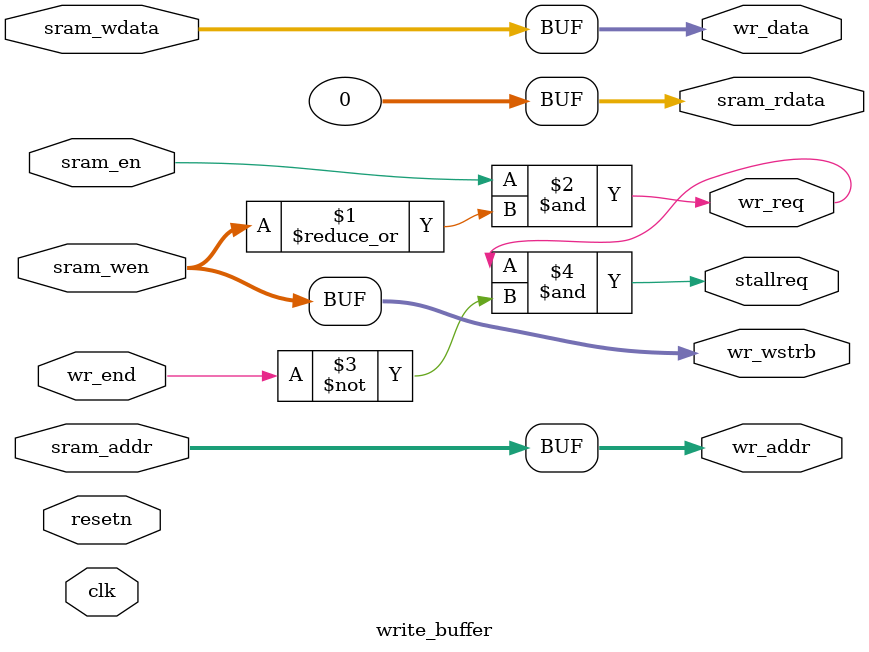
<source format=v>
module write_buffer(
    input wire clk,
    input wire resetn,

    output wire stallreq,

    // sram_port
    input wire sram_en,
    input wire [3:0] sram_wen,
    input wire [31:0] sram_addr,
    input wire [31:0] sram_wdata,
    output wire [31:0] sram_rdata,
    // axi
    input wire wr_end,
    output wire wr_req,
    output wire [3:0] wr_wstrb,
    output wire [31:0] wr_addr,
    output wire [31:0] wr_data
);
    assign sram_rdata = 32'b0;
    assign wr_req = sram_en & (|sram_wen);
    assign wr_wstrb = sram_wen;
    assign wr_addr = sram_addr;
    assign wr_data = sram_wdata;
    assign stallreq = wr_req & ~wr_end;

endmodule
</source>
